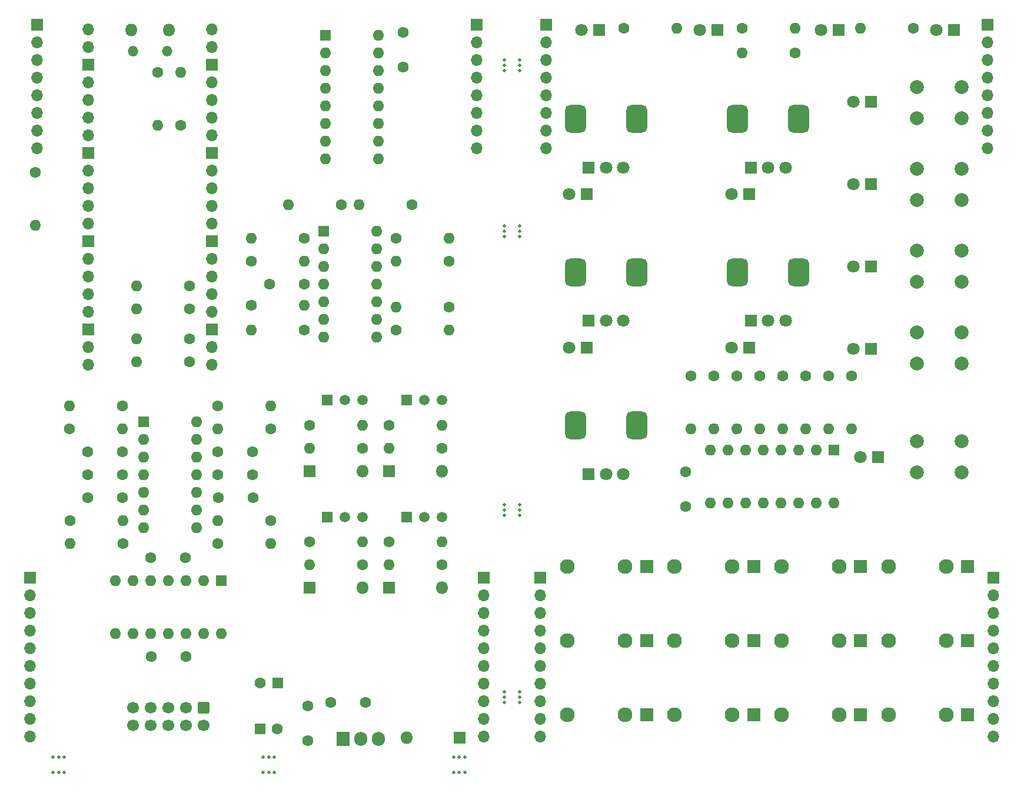
<source format=gbr>
%TF.GenerationSoftware,KiCad,Pcbnew,8.0.5*%
%TF.CreationDate,2024-12-01T23:02:53-05:00*%
%TF.ProjectId,2024.11.21_quadulator_2.0,32303234-2e31-4312-9e32-315f71756164,rev?*%
%TF.SameCoordinates,Original*%
%TF.FileFunction,Soldermask,Bot*%
%TF.FilePolarity,Negative*%
%FSLAX46Y46*%
G04 Gerber Fmt 4.6, Leading zero omitted, Abs format (unit mm)*
G04 Created by KiCad (PCBNEW 8.0.5) date 2024-12-01 23:02:53*
%MOMM*%
%LPD*%
G01*
G04 APERTURE LIST*
G04 Aperture macros list*
%AMRoundRect*
0 Rectangle with rounded corners*
0 $1 Rounding radius*
0 $2 $3 $4 $5 $6 $7 $8 $9 X,Y pos of 4 corners*
0 Add a 4 corners polygon primitive as box body*
4,1,4,$2,$3,$4,$5,$6,$7,$8,$9,$2,$3,0*
0 Add four circle primitives for the rounded corners*
1,1,$1+$1,$2,$3*
1,1,$1+$1,$4,$5*
1,1,$1+$1,$6,$7*
1,1,$1+$1,$8,$9*
0 Add four rect primitives between the rounded corners*
20,1,$1+$1,$2,$3,$4,$5,0*
20,1,$1+$1,$4,$5,$6,$7,0*
20,1,$1+$1,$6,$7,$8,$9,0*
20,1,$1+$1,$8,$9,$2,$3,0*%
G04 Aperture macros list end*
%ADD10C,0.500000*%
%ADD11R,1.700000X1.700000*%
%ADD12O,1.700000X1.700000*%
%ADD13C,1.600000*%
%ADD14O,1.600000X1.600000*%
%ADD15R,1.800000X1.800000*%
%ADD16C,1.800000*%
%ADD17C,2.000000*%
%ADD18O,1.800000X1.800000*%
%ADD19R,1.600000X1.600000*%
%ADD20RoundRect,0.750000X0.750000X-1.250000X0.750000X1.250000X-0.750000X1.250000X-0.750000X-1.250000X0*%
%ADD21R,1.500000X1.500000*%
%ADD22C,1.500000*%
%ADD23R,1.830000X1.930000*%
%ADD24C,2.130000*%
%ADD25RoundRect,0.250000X-0.600000X0.600000X-0.600000X-0.600000X0.600000X-0.600000X0.600000X0.600000X0*%
%ADD26C,1.700000*%
%ADD27R,1.905000X2.000000*%
%ADD28O,1.905000X2.000000*%
%ADD29O,1.500000X1.500000*%
G04 APERTURE END LIST*
D10*
%TO.C,mouse-bite-2.54mm-slot*%
X37884000Y-110388400D03*
X37884000Y-108188400D03*
X37084000Y-110388400D03*
X37084000Y-108188400D03*
X36284000Y-110388400D03*
X36284000Y-108188400D03*
%TD*%
%TO.C,mouse-bite-2.54mm-slot*%
X7658000Y-110388400D03*
X7658000Y-108188400D03*
X6858000Y-110388400D03*
X6858000Y-108188400D03*
X6058000Y-110388400D03*
X6058000Y-108188400D03*
%TD*%
%TO.C,mouse-bite-2.54mm-slot*%
X65278000Y-110388400D03*
X65278000Y-108188400D03*
X64478000Y-110388400D03*
X64478000Y-108188400D03*
X63678000Y-110388400D03*
X63678000Y-108188400D03*
%TD*%
D11*
%TO.C,J4*%
X2775000Y-82375000D03*
D12*
X2775000Y-84915000D03*
X2775000Y-87455000D03*
X2775000Y-89995000D03*
X2775000Y-92535000D03*
X2775000Y-95075000D03*
X2775000Y-97615000D03*
X2775000Y-100155000D03*
X2775000Y-102695000D03*
X2775000Y-105235000D03*
%TD*%
D13*
%TO.C,R35*%
X114300000Y-53340000D03*
D14*
X114300000Y-60960000D03*
%TD*%
D15*
%TO.C,D6*%
X123698000Y-49444000D03*
D16*
X121158000Y-49444000D03*
%TD*%
D13*
%TO.C,C13*%
X20066000Y-79502000D03*
X25066000Y-79502000D03*
%TD*%
D17*
%TO.C,SW3*%
X130302000Y-35281332D03*
X136802000Y-35281332D03*
X130302000Y-39781332D03*
X136802000Y-39781332D03*
%TD*%
D10*
%TO.C,mouse-bite-2.54mm-slot*%
X70975000Y-73433000D03*
X73175000Y-73433000D03*
X70975000Y-72633000D03*
X73175000Y-72633000D03*
X70975000Y-71833000D03*
X73175000Y-71833000D03*
%TD*%
D15*
%TO.C,D2*%
X54356000Y-67056000D03*
D18*
X61976000Y-67056000D03*
%TD*%
D19*
%TO.C,C2*%
X38354000Y-97536000D03*
D13*
X35854000Y-97536000D03*
%TD*%
D10*
%TO.C,mouse-bite-2.54mm-slot*%
X70975000Y-100357000D03*
X73175000Y-100357000D03*
X70975000Y-99557000D03*
X73175000Y-99557000D03*
X70975000Y-98757000D03*
X73175000Y-98757000D03*
%TD*%
D13*
%TO.C,R42*%
X105156000Y-3302000D03*
D14*
X112776000Y-3302000D03*
%TD*%
D17*
%TO.C,SW2*%
X130302000Y-23500666D03*
X136802000Y-23500666D03*
X130302000Y-28000666D03*
X136802000Y-28000666D03*
%TD*%
D13*
%TO.C,R22*%
X29758000Y-57658000D03*
D14*
X37378000Y-57658000D03*
%TD*%
D13*
%TO.C,R18*%
X25654000Y-48006000D03*
D14*
X18034000Y-48006000D03*
%TD*%
D15*
%TO.C,RV2*%
X106426000Y-23322000D03*
D16*
X108926000Y-23322000D03*
X111426000Y-23322000D03*
D20*
X104526000Y-16322000D03*
X113326000Y-16322000D03*
%TD*%
D21*
%TO.C,Q1*%
X56896000Y-56838000D03*
D22*
X59436000Y-56838000D03*
X61976000Y-56838000D03*
%TD*%
D15*
%TO.C,D17*%
X135636000Y-3556000D03*
D16*
X133096000Y-3556000D03*
%TD*%
D15*
%TO.C,RV4*%
X106426000Y-45387000D03*
D16*
X108926000Y-45387000D03*
X111426000Y-45387000D03*
D20*
X104526000Y-38387000D03*
X113326000Y-38387000D03*
%TD*%
D13*
%TO.C,R8*%
X63002000Y-43429000D03*
D14*
X55382000Y-43429000D03*
%TD*%
D15*
%TO.C,RV5*%
X83098000Y-67452000D03*
D16*
X85598000Y-67452000D03*
X88098000Y-67452000D03*
D20*
X81198000Y-60452000D03*
X89998000Y-60452000D03*
%TD*%
D13*
%TO.C,C5*%
X11042000Y-64262000D03*
X16042000Y-64262000D03*
%TD*%
D23*
%TO.C,J15*%
X91440000Y-80772000D03*
D24*
X80040000Y-80772000D03*
X88340000Y-80772000D03*
%TD*%
D11*
%TO.C,J9*%
X76115000Y-82375000D03*
D12*
X76115000Y-84915000D03*
X76115000Y-87455000D03*
X76115000Y-89995000D03*
X76115000Y-92535000D03*
X76115000Y-95075000D03*
X76115000Y-97615000D03*
X76115000Y-100155000D03*
X76115000Y-102695000D03*
X76115000Y-105235000D03*
%TD*%
D11*
%TO.C,J3*%
X67000000Y-2775000D03*
D12*
X67000000Y-5315000D03*
X67000000Y-7855000D03*
X67000000Y-10395000D03*
X67000000Y-12935000D03*
X67000000Y-15475000D03*
X67000000Y-18015000D03*
X67000000Y-20555000D03*
%TD*%
D13*
%TO.C,R29*%
X21082000Y-9652000D03*
D14*
X21082000Y-17272000D03*
%TD*%
D13*
%TO.C,R26*%
X50546000Y-63754000D03*
D14*
X42926000Y-63754000D03*
%TD*%
D13*
%TO.C,C11*%
X42174000Y-40127000D03*
X37174000Y-40127000D03*
%TD*%
D15*
%TO.C,RV1*%
X83098000Y-23322000D03*
D16*
X85598000Y-23322000D03*
X88098000Y-23322000D03*
D20*
X81198000Y-16322000D03*
X89998000Y-16322000D03*
%TD*%
D15*
%TO.C,D5*%
X42926000Y-83820000D03*
D18*
X50546000Y-83820000D03*
%TD*%
D15*
%TO.C,D14*%
X84582000Y-3556000D03*
D16*
X82042000Y-3556000D03*
%TD*%
D13*
%TO.C,R15*%
X25654000Y-43688000D03*
D14*
X18034000Y-43688000D03*
%TD*%
D13*
%TO.C,R11*%
X8422000Y-60960000D03*
D14*
X16042000Y-60960000D03*
%TD*%
D15*
%TO.C,D4*%
X42926000Y-67056000D03*
D18*
X50546000Y-67056000D03*
%TD*%
D19*
%TO.C,U3*%
X44968000Y-32507000D03*
D14*
X44968000Y-35047000D03*
X44968000Y-37587000D03*
X44968000Y-40127000D03*
X44968000Y-42667000D03*
X44968000Y-45207000D03*
X44968000Y-47747000D03*
X52588000Y-47747000D03*
X52588000Y-45207000D03*
X52588000Y-42667000D03*
X52588000Y-40127000D03*
X52588000Y-37587000D03*
X52588000Y-35047000D03*
X52588000Y-32507000D03*
%TD*%
D19*
%TO.C,U4*%
X45212000Y-4318000D03*
D14*
X45212000Y-6858000D03*
X45212000Y-9398000D03*
X45212000Y-11938000D03*
X45212000Y-14478000D03*
X45212000Y-17018000D03*
X45212000Y-19558000D03*
X45212000Y-22098000D03*
X52832000Y-22098000D03*
X52832000Y-19558000D03*
X52832000Y-17018000D03*
X52832000Y-14478000D03*
X52832000Y-11938000D03*
X52832000Y-9398000D03*
X52832000Y-6858000D03*
X52832000Y-4318000D03*
%TD*%
D13*
%TO.C,R16*%
X16082000Y-77470000D03*
D14*
X8462000Y-77470000D03*
%TD*%
D15*
%TO.C,D1*%
X64516000Y-105410000D03*
D18*
X56896000Y-105410000D03*
%TD*%
D23*
%TO.C,J16*%
X106839333Y-80772000D03*
D24*
X95439333Y-80772000D03*
X103739333Y-80772000D03*
%TD*%
D13*
%TO.C,R5*%
X42174000Y-46731000D03*
D14*
X34554000Y-46731000D03*
%TD*%
D15*
%TO.C,D12*%
X106167000Y-49276000D03*
D16*
X103627000Y-49276000D03*
%TD*%
D17*
%TO.C,SW1*%
X130302000Y-11720000D03*
X136802000Y-11720000D03*
X130302000Y-16220000D03*
X136802000Y-16220000D03*
%TD*%
D13*
%TO.C,R17*%
X37378000Y-74168000D03*
D14*
X29758000Y-74168000D03*
%TD*%
D10*
%TO.C,mouse-bite-2.54mm-slot*%
X70975000Y-9425000D03*
X73175000Y-9425000D03*
X70975000Y-8625000D03*
X73175000Y-8625000D03*
X70975000Y-7825000D03*
X73175000Y-7825000D03*
%TD*%
D13*
%TO.C,R2*%
X61976000Y-63754000D03*
D14*
X54356000Y-63754000D03*
%TD*%
D13*
%TO.C,R31*%
X24384000Y-17272000D03*
D14*
X24384000Y-9652000D03*
%TD*%
D15*
%TO.C,D8*%
X123698000Y-25710666D03*
D16*
X121158000Y-25710666D03*
%TD*%
D13*
%TO.C,R38*%
X104394000Y-53340000D03*
D14*
X104394000Y-60960000D03*
%TD*%
D19*
%TO.C,U7*%
X30226000Y-82804000D03*
D14*
X27686000Y-82804000D03*
X25146000Y-82804000D03*
X22606000Y-82804000D03*
X20066000Y-82804000D03*
X17526000Y-82804000D03*
X14986000Y-82804000D03*
X14986000Y-90424000D03*
X17526000Y-90424000D03*
X20066000Y-90424000D03*
X22606000Y-90424000D03*
X25146000Y-90424000D03*
X27686000Y-90424000D03*
X30226000Y-90424000D03*
%TD*%
D13*
%TO.C,R33*%
X120904000Y-53340000D03*
D14*
X120904000Y-60960000D03*
%TD*%
D13*
%TO.C,C16*%
X42672000Y-105838000D03*
X42672000Y-100838000D03*
%TD*%
%TO.C,R44*%
X129799000Y-3302000D03*
D14*
X122179000Y-3302000D03*
%TD*%
D25*
%TO.C,J1*%
X27686000Y-101092000D03*
D26*
X25146000Y-101092000D03*
X22606000Y-101092000D03*
X20066000Y-101092000D03*
X17526000Y-101092000D03*
X17526000Y-103632000D03*
X20066000Y-103632000D03*
X22606000Y-103632000D03*
X25146000Y-103632000D03*
X27686000Y-103632000D03*
%TD*%
D15*
%TO.C,D9*%
X123698000Y-13844000D03*
D16*
X121158000Y-13844000D03*
%TD*%
D13*
%TO.C,R13*%
X16042000Y-57658000D03*
D14*
X8422000Y-57658000D03*
%TD*%
D11*
%TO.C,J6*%
X68025000Y-82375000D03*
D12*
X68025000Y-84915000D03*
X68025000Y-87455000D03*
X68025000Y-89995000D03*
X68025000Y-92535000D03*
X68025000Y-95075000D03*
X68025000Y-97615000D03*
X68025000Y-100155000D03*
X68025000Y-102695000D03*
X68025000Y-105235000D03*
%TD*%
D13*
%TO.C,R9*%
X55382000Y-33523000D03*
D14*
X63002000Y-33523000D03*
%TD*%
D15*
%TO.C,D15*%
X101600000Y-3556000D03*
D16*
X99060000Y-3556000D03*
%TD*%
D13*
%TO.C,R30*%
X47498000Y-28702000D03*
D14*
X39878000Y-28702000D03*
%TD*%
D13*
%TO.C,R40*%
X97790000Y-53340000D03*
D14*
X97790000Y-60960000D03*
%TD*%
D13*
%TO.C,R21*%
X25654000Y-51308000D03*
D14*
X18034000Y-51308000D03*
%TD*%
D13*
%TO.C,R24*%
X61976000Y-80518000D03*
D14*
X54356000Y-80518000D03*
%TD*%
D11*
%TO.C,J8*%
X141365000Y-82375000D03*
D12*
X141365000Y-84915000D03*
X141365000Y-87455000D03*
X141365000Y-89995000D03*
X141365000Y-92535000D03*
X141365000Y-95075000D03*
X141365000Y-97615000D03*
X141365000Y-100155000D03*
X141365000Y-102695000D03*
X141365000Y-105235000D03*
%TD*%
D15*
%TO.C,D18*%
X124771000Y-65024000D03*
D16*
X122231000Y-65024000D03*
%TD*%
D19*
%TO.C,C1*%
X35814000Y-104086000D03*
D13*
X38314000Y-104086000D03*
%TD*%
%TO.C,R36*%
X110998000Y-53340000D03*
D14*
X110998000Y-60960000D03*
%TD*%
D10*
%TO.C,mouse-bite-2.54mm-slot*%
X70975000Y-33301000D03*
X73175000Y-33301000D03*
X70975000Y-32501000D03*
X73175000Y-32501000D03*
X70975000Y-31701000D03*
X73175000Y-31701000D03*
%TD*%
D27*
%TO.C,U1*%
X47752000Y-105593000D03*
D28*
X50292000Y-105593000D03*
X52832000Y-105593000D03*
%TD*%
D21*
%TO.C,Q3*%
X45456000Y-56838000D03*
D22*
X47996000Y-56838000D03*
X50536000Y-56838000D03*
%TD*%
D13*
%TO.C,R37*%
X107696000Y-53340000D03*
D14*
X107696000Y-60960000D03*
%TD*%
D13*
%TO.C,C9*%
X16042000Y-67564000D03*
X11042000Y-67564000D03*
%TD*%
%TO.C,C12*%
X56388000Y-8890000D03*
X56388000Y-3890000D03*
%TD*%
D15*
%TO.C,D3*%
X54356000Y-83820000D03*
D18*
X61976000Y-83820000D03*
%TD*%
D13*
%TO.C,R10*%
X62992000Y-36830000D03*
D14*
X55372000Y-36830000D03*
%TD*%
D11*
%TO.C,J7*%
X77000000Y-2775000D03*
D12*
X77000000Y-5315000D03*
X77000000Y-7855000D03*
X77000000Y-10395000D03*
X77000000Y-12935000D03*
X77000000Y-15475000D03*
X77000000Y-18015000D03*
X77000000Y-20555000D03*
%TD*%
D17*
%TO.C,SW4*%
X130302000Y-47062000D03*
X136802000Y-47062000D03*
X130302000Y-51562000D03*
X136802000Y-51562000D03*
%TD*%
D13*
%TO.C,R43*%
X112776000Y-6858000D03*
D14*
X105156000Y-6858000D03*
%TD*%
D13*
%TO.C,R14*%
X8462000Y-74168000D03*
D14*
X16082000Y-74168000D03*
%TD*%
D23*
%TO.C,J20*%
X122238666Y-91440000D03*
D24*
X110838666Y-91440000D03*
X119138666Y-91440000D03*
%TD*%
D15*
%TO.C,D16*%
X119038000Y-3556000D03*
D16*
X116498000Y-3556000D03*
%TD*%
D19*
%TO.C,U6*%
X118364000Y-64008000D03*
D14*
X115824000Y-64008000D03*
X113284000Y-64008000D03*
X110744000Y-64008000D03*
X108204000Y-64008000D03*
X105664000Y-64008000D03*
X103124000Y-64008000D03*
X100584000Y-64008000D03*
X100584000Y-71628000D03*
X103124000Y-71628000D03*
X105664000Y-71628000D03*
X108204000Y-71628000D03*
X110744000Y-71628000D03*
X113284000Y-71628000D03*
X115824000Y-71628000D03*
X118364000Y-71628000D03*
%TD*%
D23*
%TO.C,J18*%
X137638000Y-80772000D03*
D24*
X126238000Y-80772000D03*
X134538000Y-80772000D03*
%TD*%
D13*
%TO.C,R34*%
X117602000Y-53340000D03*
D14*
X117602000Y-60960000D03*
%TD*%
D13*
%TO.C,C7*%
X34838000Y-70866000D03*
X29838000Y-70866000D03*
%TD*%
%TO.C,R28*%
X50546000Y-80518000D03*
D14*
X42926000Y-80518000D03*
%TD*%
D19*
%TO.C,U5*%
X19090000Y-59944000D03*
D14*
X19090000Y-62484000D03*
X19090000Y-65024000D03*
X19090000Y-67564000D03*
X19090000Y-70104000D03*
X19090000Y-72644000D03*
X19090000Y-75184000D03*
X26710000Y-75184000D03*
X26710000Y-72644000D03*
X26710000Y-70104000D03*
X26710000Y-67564000D03*
X26710000Y-65024000D03*
X26710000Y-62484000D03*
X26710000Y-59944000D03*
%TD*%
D23*
%TO.C,J13*%
X122238666Y-102108000D03*
D24*
X110838666Y-102108000D03*
X119138666Y-102108000D03*
%TD*%
D13*
%TO.C,R27*%
X42926000Y-77216000D03*
D14*
X50546000Y-77216000D03*
%TD*%
D21*
%TO.C,Q2*%
X56896000Y-73660000D03*
D22*
X59436000Y-73660000D03*
X61976000Y-73660000D03*
%TD*%
D13*
%TO.C,C14*%
X20146000Y-93726000D03*
X25146000Y-93726000D03*
%TD*%
%TO.C,R32*%
X57658000Y-28702000D03*
D14*
X50038000Y-28702000D03*
%TD*%
D23*
%TO.C,J14*%
X137638000Y-102108000D03*
D24*
X126238000Y-102108000D03*
X134538000Y-102108000D03*
%TD*%
D23*
%TO.C,J19*%
X106839333Y-91440000D03*
D24*
X95439333Y-91440000D03*
X103739333Y-91440000D03*
%TD*%
D13*
%TO.C,R7*%
X55382000Y-46731000D03*
D14*
X63002000Y-46731000D03*
%TD*%
D13*
%TO.C,C15*%
X97028000Y-67096000D03*
X97028000Y-72096000D03*
%TD*%
D15*
%TO.C,D7*%
X123698000Y-37577332D03*
D16*
X121158000Y-37577332D03*
%TD*%
D23*
%TO.C,J10*%
X91440000Y-102108000D03*
D24*
X80040000Y-102108000D03*
X88340000Y-102108000D03*
%TD*%
D13*
%TO.C,R25*%
X42926000Y-60452000D03*
D14*
X50546000Y-60452000D03*
%TD*%
D13*
%TO.C,R6*%
X34544000Y-43180000D03*
D14*
X42164000Y-43180000D03*
%TD*%
D21*
%TO.C,Q4*%
X45466000Y-73660000D03*
D22*
X48006000Y-73660000D03*
X50546000Y-73660000D03*
%TD*%
D13*
%TO.C,R20*%
X37378000Y-60960000D03*
D14*
X29758000Y-60960000D03*
%TD*%
D13*
%TO.C,R41*%
X88138000Y-3302000D03*
D14*
X95758000Y-3302000D03*
%TD*%
D15*
%TO.C,D13*%
X82804000Y-49276000D03*
D16*
X80264000Y-49276000D03*
%TD*%
D13*
%TO.C,C10*%
X34758000Y-67564000D03*
X29758000Y-67564000D03*
%TD*%
D23*
%TO.C,J21*%
X137638000Y-91440000D03*
D24*
X126238000Y-91440000D03*
X134538000Y-91440000D03*
%TD*%
D23*
%TO.C,J12*%
X106839333Y-102108000D03*
D24*
X95439333Y-102108000D03*
X103739333Y-102108000D03*
%TD*%
D13*
%TO.C,R3*%
X42164000Y-33523000D03*
D14*
X34544000Y-33523000D03*
%TD*%
D13*
%TO.C,C6*%
X11042000Y-70866000D03*
X16042000Y-70866000D03*
%TD*%
%TO.C,C3*%
X51014000Y-100330000D03*
X46014000Y-100330000D03*
%TD*%
%TO.C,R45*%
X3500000Y-24000000D03*
D14*
X3500000Y-31620000D03*
%TD*%
D13*
%TO.C,R19*%
X29758000Y-77470000D03*
D14*
X37378000Y-77470000D03*
%TD*%
D15*
%TO.C,D10*%
X106172000Y-27178000D03*
D16*
X103632000Y-27178000D03*
%TD*%
D13*
%TO.C,R12*%
X25654000Y-40386000D03*
D14*
X18034000Y-40386000D03*
%TD*%
D18*
%TO.C,U2*%
X17272000Y-3556000D03*
D29*
X17572000Y-6586000D03*
X22422000Y-6586000D03*
D18*
X22722000Y-3556000D03*
D12*
X11107000Y-3426000D03*
X11107000Y-5966000D03*
D11*
X11107000Y-8506000D03*
D12*
X11107000Y-11046000D03*
X11107000Y-13586000D03*
X11107000Y-16126000D03*
X11107000Y-18666000D03*
D11*
X11107000Y-21206000D03*
D12*
X11107000Y-23746000D03*
X11107000Y-26286000D03*
X11107000Y-28826000D03*
X11107000Y-31366000D03*
D11*
X11107000Y-33906000D03*
D12*
X11107000Y-36446000D03*
X11107000Y-38986000D03*
X11107000Y-41526000D03*
X11107000Y-44066000D03*
D11*
X11107000Y-46606000D03*
D12*
X11107000Y-49146000D03*
X11107000Y-51686000D03*
X28887000Y-51686000D03*
X28887000Y-49146000D03*
D11*
X28887000Y-46606000D03*
D12*
X28887000Y-44066000D03*
X28887000Y-41526000D03*
X28887000Y-38986000D03*
X28887000Y-36446000D03*
D11*
X28887000Y-33906000D03*
D12*
X28887000Y-31366000D03*
X28887000Y-28826000D03*
X28887000Y-26286000D03*
X28887000Y-23746000D03*
D11*
X28887000Y-21206000D03*
D12*
X28887000Y-18666000D03*
X28887000Y-16126000D03*
X28887000Y-13586000D03*
X28887000Y-11046000D03*
D11*
X28887000Y-8506000D03*
D12*
X28887000Y-5966000D03*
X28887000Y-3426000D03*
%TD*%
D15*
%TO.C,D11*%
X82804000Y-27178000D03*
D16*
X80264000Y-27178000D03*
%TD*%
D15*
%TO.C,RV3*%
X83098000Y-45387000D03*
D16*
X85598000Y-45387000D03*
X88098000Y-45387000D03*
D20*
X81198000Y-38387000D03*
X89998000Y-38387000D03*
%TD*%
D23*
%TO.C,J17*%
X122238666Y-80772000D03*
D24*
X110838666Y-80772000D03*
X119138666Y-80772000D03*
%TD*%
D23*
%TO.C,J11*%
X91440000Y-91440000D03*
D24*
X80040000Y-91440000D03*
X88340000Y-91440000D03*
%TD*%
D13*
%TO.C,R1*%
X54356000Y-60452000D03*
D14*
X61976000Y-60452000D03*
%TD*%
D13*
%TO.C,R23*%
X54356000Y-77216000D03*
D14*
X61976000Y-77216000D03*
%TD*%
D13*
%TO.C,C8*%
X34758000Y-64262000D03*
X29758000Y-64262000D03*
%TD*%
D17*
%TO.C,SW5*%
X130302000Y-62738000D03*
X136802000Y-62738000D03*
X130302000Y-67238000D03*
X136802000Y-67238000D03*
%TD*%
D11*
%TO.C,J2*%
X3750000Y-2775000D03*
D12*
X3750000Y-5315000D03*
X3750000Y-7855000D03*
X3750000Y-10395000D03*
X3750000Y-12935000D03*
X3750000Y-15475000D03*
X3750000Y-18015000D03*
X3750000Y-20555000D03*
%TD*%
D13*
%TO.C,R39*%
X101092000Y-53340000D03*
D14*
X101092000Y-60960000D03*
%TD*%
D13*
%TO.C,R4*%
X34544000Y-36830000D03*
D14*
X42164000Y-36830000D03*
%TD*%
D11*
%TO.C,J5*%
X140500000Y-2775000D03*
D12*
X140500000Y-5315000D03*
X140500000Y-7855000D03*
X140500000Y-10395000D03*
X140500000Y-12935000D03*
X140500000Y-15475000D03*
X140500000Y-18015000D03*
X140500000Y-20555000D03*
%TD*%
M02*

</source>
